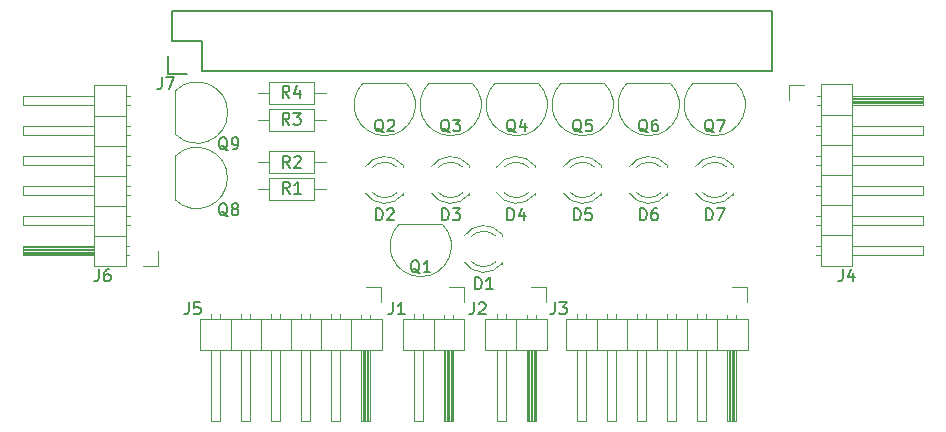
<source format=gto>
G04 #@! TF.GenerationSoftware,KiCad,Pcbnew,(5.1.5)-3*
G04 #@! TF.CreationDate,2020-03-03T17:02:05-05:00*
G04 #@! TF.ProjectId,RPi_Zero_pHat_Template,5250695f-5a65-4726-9f5f-704861745f54,rev?*
G04 #@! TF.SameCoordinates,Original*
G04 #@! TF.FileFunction,Legend,Top*
G04 #@! TF.FilePolarity,Positive*
%FSLAX46Y46*%
G04 Gerber Fmt 4.6, Leading zero omitted, Abs format (unit mm)*
G04 Created by KiCad (PCBNEW (5.1.5)-3) date 2020-03-03 17:02:05*
%MOMM*%
%LPD*%
G04 APERTURE LIST*
%ADD10C,0.120000*%
%ADD11C,0.150000*%
G04 APERTURE END LIST*
D10*
X20094422Y-29610838D02*
G75*
G03X24532900Y-27772360I1838478J1838478D01*
G01*
X20094422Y-25933882D02*
G75*
G02X24532900Y-27772360I1838478J-1838478D01*
G01*
X20082900Y-25972360D02*
X20082900Y-29572360D01*
X58359522Y-19751522D02*
G75*
G03X60198000Y-24190000I1838478J-1838478D01*
G01*
X62036478Y-19751522D02*
G75*
G02X60198000Y-24190000I-1838478J-1838478D01*
G01*
X61998000Y-19740000D02*
X58398000Y-19740000D01*
X37518920Y-36979960D02*
X37518920Y-38249960D01*
X36248920Y-36979960D02*
X37518920Y-36979960D01*
X23168920Y-39292889D02*
X23168920Y-39689960D01*
X23928920Y-39292889D02*
X23928920Y-39689960D01*
X23168920Y-48349960D02*
X23168920Y-42349960D01*
X23928920Y-48349960D02*
X23168920Y-48349960D01*
X23928920Y-42349960D02*
X23928920Y-48349960D01*
X24818920Y-39689960D02*
X24818920Y-42349960D01*
X25708920Y-39292889D02*
X25708920Y-39689960D01*
X26468920Y-39292889D02*
X26468920Y-39689960D01*
X25708920Y-48349960D02*
X25708920Y-42349960D01*
X26468920Y-48349960D02*
X25708920Y-48349960D01*
X26468920Y-42349960D02*
X26468920Y-48349960D01*
X27358920Y-39689960D02*
X27358920Y-42349960D01*
X28248920Y-39292889D02*
X28248920Y-39689960D01*
X29008920Y-39292889D02*
X29008920Y-39689960D01*
X28248920Y-48349960D02*
X28248920Y-42349960D01*
X29008920Y-48349960D02*
X28248920Y-48349960D01*
X29008920Y-42349960D02*
X29008920Y-48349960D01*
X29898920Y-39689960D02*
X29898920Y-42349960D01*
X30788920Y-39292889D02*
X30788920Y-39689960D01*
X31548920Y-39292889D02*
X31548920Y-39689960D01*
X30788920Y-48349960D02*
X30788920Y-42349960D01*
X31548920Y-48349960D02*
X30788920Y-48349960D01*
X31548920Y-42349960D02*
X31548920Y-48349960D01*
X32438920Y-39689960D02*
X32438920Y-42349960D01*
X33328920Y-39292889D02*
X33328920Y-39689960D01*
X34088920Y-39292889D02*
X34088920Y-39689960D01*
X33328920Y-48349960D02*
X33328920Y-42349960D01*
X34088920Y-48349960D02*
X33328920Y-48349960D01*
X34088920Y-42349960D02*
X34088920Y-48349960D01*
X34978920Y-39689960D02*
X34978920Y-42349960D01*
X35868920Y-39359960D02*
X35868920Y-39689960D01*
X36628920Y-39359960D02*
X36628920Y-39689960D01*
X35968920Y-42349960D02*
X35968920Y-48349960D01*
X36088920Y-42349960D02*
X36088920Y-48349960D01*
X36208920Y-42349960D02*
X36208920Y-48349960D01*
X36328920Y-42349960D02*
X36328920Y-48349960D01*
X36448920Y-42349960D02*
X36448920Y-48349960D01*
X36568920Y-42349960D02*
X36568920Y-48349960D01*
X35868920Y-48349960D02*
X35868920Y-42349960D01*
X36628920Y-48349960D02*
X35868920Y-48349960D01*
X36628920Y-42349960D02*
X36628920Y-48349960D01*
X37578920Y-42349960D02*
X37578920Y-39689960D01*
X22218920Y-42349960D02*
X37578920Y-42349960D01*
X22218920Y-39689960D02*
X22218920Y-42349960D01*
X37578920Y-39689960D02*
X22218920Y-39689960D01*
X18613120Y-35189160D02*
X17343120Y-35189160D01*
X18613120Y-33919160D02*
X18613120Y-35189160D01*
X16300191Y-20839160D02*
X15903120Y-20839160D01*
X16300191Y-21599160D02*
X15903120Y-21599160D01*
X7243120Y-20839160D02*
X13243120Y-20839160D01*
X7243120Y-21599160D02*
X7243120Y-20839160D01*
X13243120Y-21599160D02*
X7243120Y-21599160D01*
X15903120Y-22489160D02*
X13243120Y-22489160D01*
X16300191Y-23379160D02*
X15903120Y-23379160D01*
X16300191Y-24139160D02*
X15903120Y-24139160D01*
X7243120Y-23379160D02*
X13243120Y-23379160D01*
X7243120Y-24139160D02*
X7243120Y-23379160D01*
X13243120Y-24139160D02*
X7243120Y-24139160D01*
X15903120Y-25029160D02*
X13243120Y-25029160D01*
X16300191Y-25919160D02*
X15903120Y-25919160D01*
X16300191Y-26679160D02*
X15903120Y-26679160D01*
X7243120Y-25919160D02*
X13243120Y-25919160D01*
X7243120Y-26679160D02*
X7243120Y-25919160D01*
X13243120Y-26679160D02*
X7243120Y-26679160D01*
X15903120Y-27569160D02*
X13243120Y-27569160D01*
X16300191Y-28459160D02*
X15903120Y-28459160D01*
X16300191Y-29219160D02*
X15903120Y-29219160D01*
X7243120Y-28459160D02*
X13243120Y-28459160D01*
X7243120Y-29219160D02*
X7243120Y-28459160D01*
X13243120Y-29219160D02*
X7243120Y-29219160D01*
X15903120Y-30109160D02*
X13243120Y-30109160D01*
X16300191Y-30999160D02*
X15903120Y-30999160D01*
X16300191Y-31759160D02*
X15903120Y-31759160D01*
X7243120Y-30999160D02*
X13243120Y-30999160D01*
X7243120Y-31759160D02*
X7243120Y-30999160D01*
X13243120Y-31759160D02*
X7243120Y-31759160D01*
X15903120Y-32649160D02*
X13243120Y-32649160D01*
X16233120Y-33539160D02*
X15903120Y-33539160D01*
X16233120Y-34299160D02*
X15903120Y-34299160D01*
X13243120Y-33639160D02*
X7243120Y-33639160D01*
X13243120Y-33759160D02*
X7243120Y-33759160D01*
X13243120Y-33879160D02*
X7243120Y-33879160D01*
X13243120Y-33999160D02*
X7243120Y-33999160D01*
X13243120Y-34119160D02*
X7243120Y-34119160D01*
X13243120Y-34239160D02*
X7243120Y-34239160D01*
X7243120Y-33539160D02*
X13243120Y-33539160D01*
X7243120Y-34299160D02*
X7243120Y-33539160D01*
X13243120Y-34299160D02*
X7243120Y-34299160D01*
X13243120Y-35249160D02*
X15903120Y-35249160D01*
X13243120Y-19889160D02*
X13243120Y-35249160D01*
X15903120Y-19889160D02*
X13243120Y-19889160D01*
X15903120Y-35249160D02*
X15903120Y-19889160D01*
X72052180Y-19916140D02*
X73322180Y-19916140D01*
X72052180Y-21186140D02*
X72052180Y-19916140D01*
X74365109Y-34266140D02*
X74762180Y-34266140D01*
X74365109Y-33506140D02*
X74762180Y-33506140D01*
X83422180Y-34266140D02*
X77422180Y-34266140D01*
X83422180Y-33506140D02*
X83422180Y-34266140D01*
X77422180Y-33506140D02*
X83422180Y-33506140D01*
X74762180Y-32616140D02*
X77422180Y-32616140D01*
X74365109Y-31726140D02*
X74762180Y-31726140D01*
X74365109Y-30966140D02*
X74762180Y-30966140D01*
X83422180Y-31726140D02*
X77422180Y-31726140D01*
X83422180Y-30966140D02*
X83422180Y-31726140D01*
X77422180Y-30966140D02*
X83422180Y-30966140D01*
X74762180Y-30076140D02*
X77422180Y-30076140D01*
X74365109Y-29186140D02*
X74762180Y-29186140D01*
X74365109Y-28426140D02*
X74762180Y-28426140D01*
X83422180Y-29186140D02*
X77422180Y-29186140D01*
X83422180Y-28426140D02*
X83422180Y-29186140D01*
X77422180Y-28426140D02*
X83422180Y-28426140D01*
X74762180Y-27536140D02*
X77422180Y-27536140D01*
X74365109Y-26646140D02*
X74762180Y-26646140D01*
X74365109Y-25886140D02*
X74762180Y-25886140D01*
X83422180Y-26646140D02*
X77422180Y-26646140D01*
X83422180Y-25886140D02*
X83422180Y-26646140D01*
X77422180Y-25886140D02*
X83422180Y-25886140D01*
X74762180Y-24996140D02*
X77422180Y-24996140D01*
X74365109Y-24106140D02*
X74762180Y-24106140D01*
X74365109Y-23346140D02*
X74762180Y-23346140D01*
X83422180Y-24106140D02*
X77422180Y-24106140D01*
X83422180Y-23346140D02*
X83422180Y-24106140D01*
X77422180Y-23346140D02*
X83422180Y-23346140D01*
X74762180Y-22456140D02*
X77422180Y-22456140D01*
X74432180Y-21566140D02*
X74762180Y-21566140D01*
X74432180Y-20806140D02*
X74762180Y-20806140D01*
X77422180Y-21466140D02*
X83422180Y-21466140D01*
X77422180Y-21346140D02*
X83422180Y-21346140D01*
X77422180Y-21226140D02*
X83422180Y-21226140D01*
X77422180Y-21106140D02*
X83422180Y-21106140D01*
X77422180Y-20986140D02*
X83422180Y-20986140D01*
X77422180Y-20866140D02*
X83422180Y-20866140D01*
X83422180Y-21566140D02*
X77422180Y-21566140D01*
X83422180Y-20806140D02*
X83422180Y-21566140D01*
X77422180Y-20806140D02*
X83422180Y-20806140D01*
X77422180Y-19856140D02*
X74762180Y-19856140D01*
X77422180Y-35216140D02*
X77422180Y-19856140D01*
X74762180Y-35216140D02*
X77422180Y-35216140D01*
X74762180Y-19856140D02*
X74762180Y-35216140D01*
X51518920Y-36979960D02*
X51518920Y-38249960D01*
X50248920Y-36979960D02*
X51518920Y-36979960D01*
X47328920Y-39292889D02*
X47328920Y-39689960D01*
X48088920Y-39292889D02*
X48088920Y-39689960D01*
X47328920Y-48349960D02*
X47328920Y-42349960D01*
X48088920Y-48349960D02*
X47328920Y-48349960D01*
X48088920Y-42349960D02*
X48088920Y-48349960D01*
X48978920Y-39689960D02*
X48978920Y-42349960D01*
X49868920Y-39359960D02*
X49868920Y-39689960D01*
X50628920Y-39359960D02*
X50628920Y-39689960D01*
X49968920Y-42349960D02*
X49968920Y-48349960D01*
X50088920Y-42349960D02*
X50088920Y-48349960D01*
X50208920Y-42349960D02*
X50208920Y-48349960D01*
X50328920Y-42349960D02*
X50328920Y-48349960D01*
X50448920Y-42349960D02*
X50448920Y-48349960D01*
X50568920Y-42349960D02*
X50568920Y-48349960D01*
X49868920Y-48349960D02*
X49868920Y-42349960D01*
X50628920Y-48349960D02*
X49868920Y-48349960D01*
X50628920Y-42349960D02*
X50628920Y-48349960D01*
X51578920Y-42349960D02*
X51578920Y-39689960D01*
X46378920Y-42349960D02*
X51578920Y-42349960D01*
X46378920Y-39689960D02*
X46378920Y-42349960D01*
X51578920Y-39689960D02*
X46378920Y-39689960D01*
X68518920Y-36979960D02*
X68518920Y-38249960D01*
X67248920Y-36979960D02*
X68518920Y-36979960D01*
X54168920Y-39292889D02*
X54168920Y-39689960D01*
X54928920Y-39292889D02*
X54928920Y-39689960D01*
X54168920Y-48349960D02*
X54168920Y-42349960D01*
X54928920Y-48349960D02*
X54168920Y-48349960D01*
X54928920Y-42349960D02*
X54928920Y-48349960D01*
X55818920Y-39689960D02*
X55818920Y-42349960D01*
X56708920Y-39292889D02*
X56708920Y-39689960D01*
X57468920Y-39292889D02*
X57468920Y-39689960D01*
X56708920Y-48349960D02*
X56708920Y-42349960D01*
X57468920Y-48349960D02*
X56708920Y-48349960D01*
X57468920Y-42349960D02*
X57468920Y-48349960D01*
X58358920Y-39689960D02*
X58358920Y-42349960D01*
X59248920Y-39292889D02*
X59248920Y-39689960D01*
X60008920Y-39292889D02*
X60008920Y-39689960D01*
X59248920Y-48349960D02*
X59248920Y-42349960D01*
X60008920Y-48349960D02*
X59248920Y-48349960D01*
X60008920Y-42349960D02*
X60008920Y-48349960D01*
X60898920Y-39689960D02*
X60898920Y-42349960D01*
X61788920Y-39292889D02*
X61788920Y-39689960D01*
X62548920Y-39292889D02*
X62548920Y-39689960D01*
X61788920Y-48349960D02*
X61788920Y-42349960D01*
X62548920Y-48349960D02*
X61788920Y-48349960D01*
X62548920Y-42349960D02*
X62548920Y-48349960D01*
X63438920Y-39689960D02*
X63438920Y-42349960D01*
X64328920Y-39292889D02*
X64328920Y-39689960D01*
X65088920Y-39292889D02*
X65088920Y-39689960D01*
X64328920Y-48349960D02*
X64328920Y-42349960D01*
X65088920Y-48349960D02*
X64328920Y-48349960D01*
X65088920Y-42349960D02*
X65088920Y-48349960D01*
X65978920Y-39689960D02*
X65978920Y-42349960D01*
X66868920Y-39359960D02*
X66868920Y-39689960D01*
X67628920Y-39359960D02*
X67628920Y-39689960D01*
X66968920Y-42349960D02*
X66968920Y-48349960D01*
X67088920Y-42349960D02*
X67088920Y-48349960D01*
X67208920Y-42349960D02*
X67208920Y-48349960D01*
X67328920Y-42349960D02*
X67328920Y-48349960D01*
X67448920Y-42349960D02*
X67448920Y-48349960D01*
X67568920Y-42349960D02*
X67568920Y-48349960D01*
X66868920Y-48349960D02*
X66868920Y-42349960D01*
X67628920Y-48349960D02*
X66868920Y-48349960D01*
X67628920Y-42349960D02*
X67628920Y-48349960D01*
X68578920Y-42349960D02*
X68578920Y-39689960D01*
X53218920Y-42349960D02*
X68578920Y-42349960D01*
X53218920Y-39689960D02*
X53218920Y-42349960D01*
X68578920Y-39689960D02*
X53218920Y-39689960D01*
X44518920Y-36979960D02*
X44518920Y-38249960D01*
X43248920Y-36979960D02*
X44518920Y-36979960D01*
X40328920Y-39292889D02*
X40328920Y-39689960D01*
X41088920Y-39292889D02*
X41088920Y-39689960D01*
X40328920Y-48349960D02*
X40328920Y-42349960D01*
X41088920Y-48349960D02*
X40328920Y-48349960D01*
X41088920Y-42349960D02*
X41088920Y-48349960D01*
X41978920Y-39689960D02*
X41978920Y-42349960D01*
X42868920Y-39359960D02*
X42868920Y-39689960D01*
X43628920Y-39359960D02*
X43628920Y-39689960D01*
X42968920Y-42349960D02*
X42968920Y-48349960D01*
X43088920Y-42349960D02*
X43088920Y-48349960D01*
X43208920Y-42349960D02*
X43208920Y-48349960D01*
X43328920Y-42349960D02*
X43328920Y-48349960D01*
X43448920Y-42349960D02*
X43448920Y-48349960D01*
X43568920Y-42349960D02*
X43568920Y-48349960D01*
X42868920Y-48349960D02*
X42868920Y-42349960D01*
X43628920Y-48349960D02*
X42868920Y-48349960D01*
X43628920Y-42349960D02*
X43628920Y-48349960D01*
X44578920Y-42349960D02*
X44578920Y-39689960D01*
X39378920Y-42349960D02*
X44578920Y-42349960D01*
X39378920Y-39689960D02*
X39378920Y-42349960D01*
X44578920Y-39689960D02*
X39378920Y-39689960D01*
X28052000Y-19654000D02*
X28052000Y-21494000D01*
X28052000Y-21494000D02*
X31892000Y-21494000D01*
X31892000Y-21494000D02*
X31892000Y-19654000D01*
X31892000Y-19654000D02*
X28052000Y-19654000D01*
X27102000Y-20574000D02*
X28052000Y-20574000D01*
X32842000Y-20574000D02*
X31892000Y-20574000D01*
X32842000Y-22860000D02*
X31892000Y-22860000D01*
X27102000Y-22860000D02*
X28052000Y-22860000D01*
X31892000Y-21940000D02*
X28052000Y-21940000D01*
X31892000Y-23780000D02*
X31892000Y-21940000D01*
X28052000Y-23780000D02*
X31892000Y-23780000D01*
X28052000Y-21940000D02*
X28052000Y-23780000D01*
X28052000Y-25496000D02*
X28052000Y-27336000D01*
X28052000Y-27336000D02*
X31892000Y-27336000D01*
X31892000Y-27336000D02*
X31892000Y-25496000D01*
X31892000Y-25496000D02*
X28052000Y-25496000D01*
X27102000Y-26416000D02*
X28052000Y-26416000D01*
X32842000Y-26416000D02*
X31892000Y-26416000D01*
X32842000Y-28702000D02*
X31892000Y-28702000D01*
X27102000Y-28702000D02*
X28052000Y-28702000D01*
X31892000Y-27782000D02*
X28052000Y-27782000D01*
X31892000Y-29622000D02*
X31892000Y-27782000D01*
X28052000Y-29622000D02*
X31892000Y-29622000D01*
X28052000Y-27782000D02*
X28052000Y-29622000D01*
X20119822Y-24073638D02*
G75*
G03X24558300Y-22235160I1838478J1838478D01*
G01*
X20119822Y-20396682D02*
G75*
G02X24558300Y-22235160I1838478J-1838478D01*
G01*
X20108300Y-20435160D02*
X20108300Y-24035160D01*
X63947522Y-19751522D02*
G75*
G03X65786000Y-24190000I1838478J-1838478D01*
G01*
X67624478Y-19751522D02*
G75*
G02X65786000Y-24190000I-1838478J-1838478D01*
G01*
X67586000Y-19740000D02*
X63986000Y-19740000D01*
X52771522Y-19751522D02*
G75*
G03X54610000Y-24190000I1838478J-1838478D01*
G01*
X56448478Y-19751522D02*
G75*
G02X54610000Y-24190000I-1838478J-1838478D01*
G01*
X56410000Y-19740000D02*
X52810000Y-19740000D01*
X47183522Y-19751522D02*
G75*
G03X49022000Y-24190000I1838478J-1838478D01*
G01*
X50860478Y-19751522D02*
G75*
G02X49022000Y-24190000I-1838478J-1838478D01*
G01*
X50822000Y-19740000D02*
X47222000Y-19740000D01*
X41595522Y-19751522D02*
G75*
G03X43434000Y-24190000I1838478J-1838478D01*
G01*
X45272478Y-19751522D02*
G75*
G02X43434000Y-24190000I-1838478J-1838478D01*
G01*
X45234000Y-19740000D02*
X41634000Y-19740000D01*
X36007522Y-19751522D02*
G75*
G03X37846000Y-24190000I1838478J-1838478D01*
G01*
X39684478Y-19751522D02*
G75*
G02X37846000Y-24190000I-1838478J-1838478D01*
G01*
X39646000Y-19740000D02*
X36046000Y-19740000D01*
X39055522Y-31689522D02*
G75*
G03X40894000Y-36128000I1838478J-1838478D01*
G01*
X42732478Y-31689522D02*
G75*
G02X40894000Y-36128000I-1838478J-1838478D01*
G01*
X42694000Y-31678000D02*
X39094000Y-31678000D01*
D11*
X19526920Y-19009960D02*
X21076920Y-19009960D01*
X22346920Y-16189960D02*
X22346920Y-18729960D01*
X19806920Y-16189960D02*
X22346920Y-16189960D01*
X19526920Y-17459960D02*
X19526920Y-19009960D01*
X19806920Y-13649960D02*
X19806920Y-16189960D01*
X70606920Y-13649960D02*
X70606920Y-18729960D01*
X22346920Y-18729960D02*
X70606920Y-18729960D01*
X70606920Y-13649960D02*
X19806920Y-13649960D01*
D10*
X67346000Y-26860000D02*
X67346000Y-26704000D01*
X67346000Y-29176000D02*
X67346000Y-29020000D01*
X64744870Y-26860163D02*
G75*
G02X66826961Y-26860000I1041130J-1079837D01*
G01*
X64744870Y-29019837D02*
G75*
G03X66826961Y-29020000I1041130J1079837D01*
G01*
X64113665Y-26861392D02*
G75*
G02X67346000Y-26704484I1672335J-1078608D01*
G01*
X64113665Y-29018608D02*
G75*
G03X67346000Y-29175516I1672335J1078608D01*
G01*
X61758000Y-26860000D02*
X61758000Y-26704000D01*
X61758000Y-29176000D02*
X61758000Y-29020000D01*
X59156870Y-26860163D02*
G75*
G02X61238961Y-26860000I1041130J-1079837D01*
G01*
X59156870Y-29019837D02*
G75*
G03X61238961Y-29020000I1041130J1079837D01*
G01*
X58525665Y-26861392D02*
G75*
G02X61758000Y-26704484I1672335J-1078608D01*
G01*
X58525665Y-29018608D02*
G75*
G03X61758000Y-29175516I1672335J1078608D01*
G01*
X56170000Y-26860000D02*
X56170000Y-26704000D01*
X56170000Y-29176000D02*
X56170000Y-29020000D01*
X53568870Y-26860163D02*
G75*
G02X55650961Y-26860000I1041130J-1079837D01*
G01*
X53568870Y-29019837D02*
G75*
G03X55650961Y-29020000I1041130J1079837D01*
G01*
X52937665Y-26861392D02*
G75*
G02X56170000Y-26704484I1672335J-1078608D01*
G01*
X52937665Y-29018608D02*
G75*
G03X56170000Y-29175516I1672335J1078608D01*
G01*
X50541360Y-26860000D02*
X50541360Y-26704000D01*
X50541360Y-29176000D02*
X50541360Y-29020000D01*
X47940230Y-26860163D02*
G75*
G02X50022321Y-26860000I1041130J-1079837D01*
G01*
X47940230Y-29019837D02*
G75*
G03X50022321Y-29020000I1041130J1079837D01*
G01*
X47309025Y-26861392D02*
G75*
G02X50541360Y-26704484I1672335J-1078608D01*
G01*
X47309025Y-29018608D02*
G75*
G03X50541360Y-29175516I1672335J1078608D01*
G01*
X44994000Y-26860000D02*
X44994000Y-26704000D01*
X44994000Y-29176000D02*
X44994000Y-29020000D01*
X42392870Y-26860163D02*
G75*
G02X44474961Y-26860000I1041130J-1079837D01*
G01*
X42392870Y-29019837D02*
G75*
G03X44474961Y-29020000I1041130J1079837D01*
G01*
X41761665Y-26861392D02*
G75*
G02X44994000Y-26704484I1672335J-1078608D01*
G01*
X41761665Y-29018608D02*
G75*
G03X44994000Y-29175516I1672335J1078608D01*
G01*
X39406000Y-26860000D02*
X39406000Y-26704000D01*
X39406000Y-29176000D02*
X39406000Y-29020000D01*
X36804870Y-26860163D02*
G75*
G02X38886961Y-26860000I1041130J-1079837D01*
G01*
X36804870Y-29019837D02*
G75*
G03X38886961Y-29020000I1041130J1079837D01*
G01*
X36173665Y-26861392D02*
G75*
G02X39406000Y-26704484I1672335J-1078608D01*
G01*
X36173665Y-29018608D02*
G75*
G03X39406000Y-29175516I1672335J1078608D01*
G01*
X47788000Y-32702000D02*
X47788000Y-32546000D01*
X47788000Y-35018000D02*
X47788000Y-34862000D01*
X45186870Y-32702163D02*
G75*
G02X47268961Y-32702000I1041130J-1079837D01*
G01*
X45186870Y-34861837D02*
G75*
G03X47268961Y-34862000I1041130J1079837D01*
G01*
X44555665Y-32703392D02*
G75*
G02X47788000Y-32546484I1672335J-1078608D01*
G01*
X44555665Y-34860608D02*
G75*
G03X47788000Y-35017516I1672335J1078608D01*
G01*
D11*
X24542761Y-31027619D02*
X24447523Y-30980000D01*
X24352285Y-30884761D01*
X24209428Y-30741904D01*
X24114190Y-30694285D01*
X24018952Y-30694285D01*
X24066571Y-30932380D02*
X23971333Y-30884761D01*
X23876095Y-30789523D01*
X23828476Y-30599047D01*
X23828476Y-30265714D01*
X23876095Y-30075238D01*
X23971333Y-29980000D01*
X24066571Y-29932380D01*
X24257047Y-29932380D01*
X24352285Y-29980000D01*
X24447523Y-30075238D01*
X24495142Y-30265714D01*
X24495142Y-30599047D01*
X24447523Y-30789523D01*
X24352285Y-30884761D01*
X24257047Y-30932380D01*
X24066571Y-30932380D01*
X25066571Y-30360952D02*
X24971333Y-30313333D01*
X24923714Y-30265714D01*
X24876095Y-30170476D01*
X24876095Y-30122857D01*
X24923714Y-30027619D01*
X24971333Y-29980000D01*
X25066571Y-29932380D01*
X25257047Y-29932380D01*
X25352285Y-29980000D01*
X25399904Y-30027619D01*
X25447523Y-30122857D01*
X25447523Y-30170476D01*
X25399904Y-30265714D01*
X25352285Y-30313333D01*
X25257047Y-30360952D01*
X25066571Y-30360952D01*
X24971333Y-30408571D01*
X24923714Y-30456190D01*
X24876095Y-30551428D01*
X24876095Y-30741904D01*
X24923714Y-30837142D01*
X24971333Y-30884761D01*
X25066571Y-30932380D01*
X25257047Y-30932380D01*
X25352285Y-30884761D01*
X25399904Y-30837142D01*
X25447523Y-30741904D01*
X25447523Y-30551428D01*
X25399904Y-30456190D01*
X25352285Y-30408571D01*
X25257047Y-30360952D01*
X60102761Y-23919619D02*
X60007523Y-23872000D01*
X59912285Y-23776761D01*
X59769428Y-23633904D01*
X59674190Y-23586285D01*
X59578952Y-23586285D01*
X59626571Y-23824380D02*
X59531333Y-23776761D01*
X59436095Y-23681523D01*
X59388476Y-23491047D01*
X59388476Y-23157714D01*
X59436095Y-22967238D01*
X59531333Y-22872000D01*
X59626571Y-22824380D01*
X59817047Y-22824380D01*
X59912285Y-22872000D01*
X60007523Y-22967238D01*
X60055142Y-23157714D01*
X60055142Y-23491047D01*
X60007523Y-23681523D01*
X59912285Y-23776761D01*
X59817047Y-23824380D01*
X59626571Y-23824380D01*
X60912285Y-22824380D02*
X60721809Y-22824380D01*
X60626571Y-22872000D01*
X60578952Y-22919619D01*
X60483714Y-23062476D01*
X60436095Y-23252952D01*
X60436095Y-23633904D01*
X60483714Y-23729142D01*
X60531333Y-23776761D01*
X60626571Y-23824380D01*
X60817047Y-23824380D01*
X60912285Y-23776761D01*
X60959904Y-23729142D01*
X61007523Y-23633904D01*
X61007523Y-23395809D01*
X60959904Y-23300571D01*
X60912285Y-23252952D01*
X60817047Y-23205333D01*
X60626571Y-23205333D01*
X60531333Y-23252952D01*
X60483714Y-23300571D01*
X60436095Y-23395809D01*
X21256666Y-38314380D02*
X21256666Y-39028666D01*
X21209047Y-39171523D01*
X21113809Y-39266761D01*
X20970952Y-39314380D01*
X20875714Y-39314380D01*
X22209047Y-38314380D02*
X21732857Y-38314380D01*
X21685238Y-38790571D01*
X21732857Y-38742952D01*
X21828095Y-38695333D01*
X22066190Y-38695333D01*
X22161428Y-38742952D01*
X22209047Y-38790571D01*
X22256666Y-38885809D01*
X22256666Y-39123904D01*
X22209047Y-39219142D01*
X22161428Y-39266761D01*
X22066190Y-39314380D01*
X21828095Y-39314380D01*
X21732857Y-39266761D01*
X21685238Y-39219142D01*
X13636666Y-35520380D02*
X13636666Y-36234666D01*
X13589047Y-36377523D01*
X13493809Y-36472761D01*
X13350952Y-36520380D01*
X13255714Y-36520380D01*
X14541428Y-35520380D02*
X14350952Y-35520380D01*
X14255714Y-35568000D01*
X14208095Y-35615619D01*
X14112857Y-35758476D01*
X14065238Y-35948952D01*
X14065238Y-36329904D01*
X14112857Y-36425142D01*
X14160476Y-36472761D01*
X14255714Y-36520380D01*
X14446190Y-36520380D01*
X14541428Y-36472761D01*
X14589047Y-36425142D01*
X14636666Y-36329904D01*
X14636666Y-36091809D01*
X14589047Y-35996571D01*
X14541428Y-35948952D01*
X14446190Y-35901333D01*
X14255714Y-35901333D01*
X14160476Y-35948952D01*
X14112857Y-35996571D01*
X14065238Y-36091809D01*
X76628666Y-35520380D02*
X76628666Y-36234666D01*
X76581047Y-36377523D01*
X76485809Y-36472761D01*
X76342952Y-36520380D01*
X76247714Y-36520380D01*
X77533428Y-35853714D02*
X77533428Y-36520380D01*
X77295333Y-35472761D02*
X77057238Y-36187047D01*
X77676285Y-36187047D01*
X45386666Y-38314380D02*
X45386666Y-39028666D01*
X45339047Y-39171523D01*
X45243809Y-39266761D01*
X45100952Y-39314380D01*
X45005714Y-39314380D01*
X45815238Y-38409619D02*
X45862857Y-38362000D01*
X45958095Y-38314380D01*
X46196190Y-38314380D01*
X46291428Y-38362000D01*
X46339047Y-38409619D01*
X46386666Y-38504857D01*
X46386666Y-38600095D01*
X46339047Y-38742952D01*
X45767619Y-39314380D01*
X46386666Y-39314380D01*
X52244666Y-38314380D02*
X52244666Y-39028666D01*
X52197047Y-39171523D01*
X52101809Y-39266761D01*
X51958952Y-39314380D01*
X51863714Y-39314380D01*
X52625619Y-38314380D02*
X53244666Y-38314380D01*
X52911333Y-38695333D01*
X53054190Y-38695333D01*
X53149428Y-38742952D01*
X53197047Y-38790571D01*
X53244666Y-38885809D01*
X53244666Y-39123904D01*
X53197047Y-39219142D01*
X53149428Y-39266761D01*
X53054190Y-39314380D01*
X52768476Y-39314380D01*
X52673238Y-39266761D01*
X52625619Y-39219142D01*
X38528666Y-38314380D02*
X38528666Y-39028666D01*
X38481047Y-39171523D01*
X38385809Y-39266761D01*
X38242952Y-39314380D01*
X38147714Y-39314380D01*
X39528666Y-39314380D02*
X38957238Y-39314380D01*
X39242952Y-39314380D02*
X39242952Y-38314380D01*
X39147714Y-38457238D01*
X39052476Y-38552476D01*
X38957238Y-38600095D01*
X29779933Y-20965420D02*
X29446600Y-20489230D01*
X29208504Y-20965420D02*
X29208504Y-19965420D01*
X29589457Y-19965420D01*
X29684695Y-20013040D01*
X29732314Y-20060659D01*
X29779933Y-20155897D01*
X29779933Y-20298754D01*
X29732314Y-20393992D01*
X29684695Y-20441611D01*
X29589457Y-20489230D01*
X29208504Y-20489230D01*
X30637076Y-20298754D02*
X30637076Y-20965420D01*
X30398980Y-19917801D02*
X30160885Y-20632087D01*
X30779933Y-20632087D01*
X29779933Y-23264120D02*
X29446600Y-22787930D01*
X29208504Y-23264120D02*
X29208504Y-22264120D01*
X29589457Y-22264120D01*
X29684695Y-22311740D01*
X29732314Y-22359359D01*
X29779933Y-22454597D01*
X29779933Y-22597454D01*
X29732314Y-22692692D01*
X29684695Y-22740311D01*
X29589457Y-22787930D01*
X29208504Y-22787930D01*
X30113266Y-22264120D02*
X30732314Y-22264120D01*
X30398980Y-22645073D01*
X30541838Y-22645073D01*
X30637076Y-22692692D01*
X30684695Y-22740311D01*
X30732314Y-22835549D01*
X30732314Y-23073644D01*
X30684695Y-23168882D01*
X30637076Y-23216501D01*
X30541838Y-23264120D01*
X30256123Y-23264120D01*
X30160885Y-23216501D01*
X30113266Y-23168882D01*
X29805333Y-26921720D02*
X29472000Y-26445530D01*
X29233904Y-26921720D02*
X29233904Y-25921720D01*
X29614857Y-25921720D01*
X29710095Y-25969340D01*
X29757714Y-26016959D01*
X29805333Y-26112197D01*
X29805333Y-26255054D01*
X29757714Y-26350292D01*
X29710095Y-26397911D01*
X29614857Y-26445530D01*
X29233904Y-26445530D01*
X30186285Y-26016959D02*
X30233904Y-25969340D01*
X30329142Y-25921720D01*
X30567238Y-25921720D01*
X30662476Y-25969340D01*
X30710095Y-26016959D01*
X30757714Y-26112197D01*
X30757714Y-26207435D01*
X30710095Y-26350292D01*
X30138666Y-26921720D01*
X30757714Y-26921720D01*
X29805333Y-29093420D02*
X29472000Y-28617230D01*
X29233904Y-29093420D02*
X29233904Y-28093420D01*
X29614857Y-28093420D01*
X29710095Y-28141040D01*
X29757714Y-28188659D01*
X29805333Y-28283897D01*
X29805333Y-28426754D01*
X29757714Y-28521992D01*
X29710095Y-28569611D01*
X29614857Y-28617230D01*
X29233904Y-28617230D01*
X30757714Y-29093420D02*
X30186285Y-29093420D01*
X30472000Y-29093420D02*
X30472000Y-28093420D01*
X30376761Y-28236278D01*
X30281523Y-28331516D01*
X30186285Y-28379135D01*
X24542761Y-25439619D02*
X24447523Y-25392000D01*
X24352285Y-25296761D01*
X24209428Y-25153904D01*
X24114190Y-25106285D01*
X24018952Y-25106285D01*
X24066571Y-25344380D02*
X23971333Y-25296761D01*
X23876095Y-25201523D01*
X23828476Y-25011047D01*
X23828476Y-24677714D01*
X23876095Y-24487238D01*
X23971333Y-24392000D01*
X24066571Y-24344380D01*
X24257047Y-24344380D01*
X24352285Y-24392000D01*
X24447523Y-24487238D01*
X24495142Y-24677714D01*
X24495142Y-25011047D01*
X24447523Y-25201523D01*
X24352285Y-25296761D01*
X24257047Y-25344380D01*
X24066571Y-25344380D01*
X24971333Y-25344380D02*
X25161809Y-25344380D01*
X25257047Y-25296761D01*
X25304666Y-25249142D01*
X25399904Y-25106285D01*
X25447523Y-24915809D01*
X25447523Y-24534857D01*
X25399904Y-24439619D01*
X25352285Y-24392000D01*
X25257047Y-24344380D01*
X25066571Y-24344380D01*
X24971333Y-24392000D01*
X24923714Y-24439619D01*
X24876095Y-24534857D01*
X24876095Y-24772952D01*
X24923714Y-24868190D01*
X24971333Y-24915809D01*
X25066571Y-24963428D01*
X25257047Y-24963428D01*
X25352285Y-24915809D01*
X25399904Y-24868190D01*
X25447523Y-24772952D01*
X65690761Y-23919619D02*
X65595523Y-23872000D01*
X65500285Y-23776761D01*
X65357428Y-23633904D01*
X65262190Y-23586285D01*
X65166952Y-23586285D01*
X65214571Y-23824380D02*
X65119333Y-23776761D01*
X65024095Y-23681523D01*
X64976476Y-23491047D01*
X64976476Y-23157714D01*
X65024095Y-22967238D01*
X65119333Y-22872000D01*
X65214571Y-22824380D01*
X65405047Y-22824380D01*
X65500285Y-22872000D01*
X65595523Y-22967238D01*
X65643142Y-23157714D01*
X65643142Y-23491047D01*
X65595523Y-23681523D01*
X65500285Y-23776761D01*
X65405047Y-23824380D01*
X65214571Y-23824380D01*
X65976476Y-22824380D02*
X66643142Y-22824380D01*
X66214571Y-23824380D01*
X54514761Y-23919619D02*
X54419523Y-23872000D01*
X54324285Y-23776761D01*
X54181428Y-23633904D01*
X54086190Y-23586285D01*
X53990952Y-23586285D01*
X54038571Y-23824380D02*
X53943333Y-23776761D01*
X53848095Y-23681523D01*
X53800476Y-23491047D01*
X53800476Y-23157714D01*
X53848095Y-22967238D01*
X53943333Y-22872000D01*
X54038571Y-22824380D01*
X54229047Y-22824380D01*
X54324285Y-22872000D01*
X54419523Y-22967238D01*
X54467142Y-23157714D01*
X54467142Y-23491047D01*
X54419523Y-23681523D01*
X54324285Y-23776761D01*
X54229047Y-23824380D01*
X54038571Y-23824380D01*
X55371904Y-22824380D02*
X54895714Y-22824380D01*
X54848095Y-23300571D01*
X54895714Y-23252952D01*
X54990952Y-23205333D01*
X55229047Y-23205333D01*
X55324285Y-23252952D01*
X55371904Y-23300571D01*
X55419523Y-23395809D01*
X55419523Y-23633904D01*
X55371904Y-23729142D01*
X55324285Y-23776761D01*
X55229047Y-23824380D01*
X54990952Y-23824380D01*
X54895714Y-23776761D01*
X54848095Y-23729142D01*
X48926761Y-23919619D02*
X48831523Y-23872000D01*
X48736285Y-23776761D01*
X48593428Y-23633904D01*
X48498190Y-23586285D01*
X48402952Y-23586285D01*
X48450571Y-23824380D02*
X48355333Y-23776761D01*
X48260095Y-23681523D01*
X48212476Y-23491047D01*
X48212476Y-23157714D01*
X48260095Y-22967238D01*
X48355333Y-22872000D01*
X48450571Y-22824380D01*
X48641047Y-22824380D01*
X48736285Y-22872000D01*
X48831523Y-22967238D01*
X48879142Y-23157714D01*
X48879142Y-23491047D01*
X48831523Y-23681523D01*
X48736285Y-23776761D01*
X48641047Y-23824380D01*
X48450571Y-23824380D01*
X49736285Y-23157714D02*
X49736285Y-23824380D01*
X49498190Y-22776761D02*
X49260095Y-23491047D01*
X49879142Y-23491047D01*
X43338761Y-23919619D02*
X43243523Y-23872000D01*
X43148285Y-23776761D01*
X43005428Y-23633904D01*
X42910190Y-23586285D01*
X42814952Y-23586285D01*
X42862571Y-23824380D02*
X42767333Y-23776761D01*
X42672095Y-23681523D01*
X42624476Y-23491047D01*
X42624476Y-23157714D01*
X42672095Y-22967238D01*
X42767333Y-22872000D01*
X42862571Y-22824380D01*
X43053047Y-22824380D01*
X43148285Y-22872000D01*
X43243523Y-22967238D01*
X43291142Y-23157714D01*
X43291142Y-23491047D01*
X43243523Y-23681523D01*
X43148285Y-23776761D01*
X43053047Y-23824380D01*
X42862571Y-23824380D01*
X43624476Y-22824380D02*
X44243523Y-22824380D01*
X43910190Y-23205333D01*
X44053047Y-23205333D01*
X44148285Y-23252952D01*
X44195904Y-23300571D01*
X44243523Y-23395809D01*
X44243523Y-23633904D01*
X44195904Y-23729142D01*
X44148285Y-23776761D01*
X44053047Y-23824380D01*
X43767333Y-23824380D01*
X43672095Y-23776761D01*
X43624476Y-23729142D01*
X37750761Y-23919619D02*
X37655523Y-23872000D01*
X37560285Y-23776761D01*
X37417428Y-23633904D01*
X37322190Y-23586285D01*
X37226952Y-23586285D01*
X37274571Y-23824380D02*
X37179333Y-23776761D01*
X37084095Y-23681523D01*
X37036476Y-23491047D01*
X37036476Y-23157714D01*
X37084095Y-22967238D01*
X37179333Y-22872000D01*
X37274571Y-22824380D01*
X37465047Y-22824380D01*
X37560285Y-22872000D01*
X37655523Y-22967238D01*
X37703142Y-23157714D01*
X37703142Y-23491047D01*
X37655523Y-23681523D01*
X37560285Y-23776761D01*
X37465047Y-23824380D01*
X37274571Y-23824380D01*
X38084095Y-22919619D02*
X38131714Y-22872000D01*
X38226952Y-22824380D01*
X38465047Y-22824380D01*
X38560285Y-22872000D01*
X38607904Y-22919619D01*
X38655523Y-23014857D01*
X38655523Y-23110095D01*
X38607904Y-23252952D01*
X38036476Y-23824380D01*
X38655523Y-23824380D01*
X40798761Y-35853619D02*
X40703523Y-35806000D01*
X40608285Y-35710761D01*
X40465428Y-35567904D01*
X40370190Y-35520285D01*
X40274952Y-35520285D01*
X40322571Y-35758380D02*
X40227333Y-35710761D01*
X40132095Y-35615523D01*
X40084476Y-35425047D01*
X40084476Y-35091714D01*
X40132095Y-34901238D01*
X40227333Y-34806000D01*
X40322571Y-34758380D01*
X40513047Y-34758380D01*
X40608285Y-34806000D01*
X40703523Y-34901238D01*
X40751142Y-35091714D01*
X40751142Y-35425047D01*
X40703523Y-35615523D01*
X40608285Y-35710761D01*
X40513047Y-35758380D01*
X40322571Y-35758380D01*
X41703523Y-35758380D02*
X41132095Y-35758380D01*
X41417809Y-35758380D02*
X41417809Y-34758380D01*
X41322571Y-34901238D01*
X41227333Y-34996476D01*
X41132095Y-35044095D01*
X18970666Y-19264380D02*
X18970666Y-19978666D01*
X18923047Y-20121523D01*
X18827809Y-20216761D01*
X18684952Y-20264380D01*
X18589714Y-20264380D01*
X19351619Y-19264380D02*
X20018285Y-19264380D01*
X19589714Y-20264380D01*
X65047904Y-31352380D02*
X65047904Y-30352380D01*
X65286000Y-30352380D01*
X65428857Y-30400000D01*
X65524095Y-30495238D01*
X65571714Y-30590476D01*
X65619333Y-30780952D01*
X65619333Y-30923809D01*
X65571714Y-31114285D01*
X65524095Y-31209523D01*
X65428857Y-31304761D01*
X65286000Y-31352380D01*
X65047904Y-31352380D01*
X65952666Y-30352380D02*
X66619333Y-30352380D01*
X66190761Y-31352380D01*
X59459904Y-31352380D02*
X59459904Y-30352380D01*
X59698000Y-30352380D01*
X59840857Y-30400000D01*
X59936095Y-30495238D01*
X59983714Y-30590476D01*
X60031333Y-30780952D01*
X60031333Y-30923809D01*
X59983714Y-31114285D01*
X59936095Y-31209523D01*
X59840857Y-31304761D01*
X59698000Y-31352380D01*
X59459904Y-31352380D01*
X60888476Y-30352380D02*
X60698000Y-30352380D01*
X60602761Y-30400000D01*
X60555142Y-30447619D01*
X60459904Y-30590476D01*
X60412285Y-30780952D01*
X60412285Y-31161904D01*
X60459904Y-31257142D01*
X60507523Y-31304761D01*
X60602761Y-31352380D01*
X60793238Y-31352380D01*
X60888476Y-31304761D01*
X60936095Y-31257142D01*
X60983714Y-31161904D01*
X60983714Y-30923809D01*
X60936095Y-30828571D01*
X60888476Y-30780952D01*
X60793238Y-30733333D01*
X60602761Y-30733333D01*
X60507523Y-30780952D01*
X60459904Y-30828571D01*
X60412285Y-30923809D01*
X53871904Y-31352380D02*
X53871904Y-30352380D01*
X54110000Y-30352380D01*
X54252857Y-30400000D01*
X54348095Y-30495238D01*
X54395714Y-30590476D01*
X54443333Y-30780952D01*
X54443333Y-30923809D01*
X54395714Y-31114285D01*
X54348095Y-31209523D01*
X54252857Y-31304761D01*
X54110000Y-31352380D01*
X53871904Y-31352380D01*
X55348095Y-30352380D02*
X54871904Y-30352380D01*
X54824285Y-30828571D01*
X54871904Y-30780952D01*
X54967142Y-30733333D01*
X55205238Y-30733333D01*
X55300476Y-30780952D01*
X55348095Y-30828571D01*
X55395714Y-30923809D01*
X55395714Y-31161904D01*
X55348095Y-31257142D01*
X55300476Y-31304761D01*
X55205238Y-31352380D01*
X54967142Y-31352380D01*
X54871904Y-31304761D01*
X54824285Y-31257142D01*
X48243264Y-31352380D02*
X48243264Y-30352380D01*
X48481360Y-30352380D01*
X48624217Y-30400000D01*
X48719455Y-30495238D01*
X48767074Y-30590476D01*
X48814693Y-30780952D01*
X48814693Y-30923809D01*
X48767074Y-31114285D01*
X48719455Y-31209523D01*
X48624217Y-31304761D01*
X48481360Y-31352380D01*
X48243264Y-31352380D01*
X49671836Y-30685714D02*
X49671836Y-31352380D01*
X49433740Y-30304761D02*
X49195645Y-31019047D01*
X49814693Y-31019047D01*
X42695904Y-31352380D02*
X42695904Y-30352380D01*
X42934000Y-30352380D01*
X43076857Y-30400000D01*
X43172095Y-30495238D01*
X43219714Y-30590476D01*
X43267333Y-30780952D01*
X43267333Y-30923809D01*
X43219714Y-31114285D01*
X43172095Y-31209523D01*
X43076857Y-31304761D01*
X42934000Y-31352380D01*
X42695904Y-31352380D01*
X43600666Y-30352380D02*
X44219714Y-30352380D01*
X43886380Y-30733333D01*
X44029238Y-30733333D01*
X44124476Y-30780952D01*
X44172095Y-30828571D01*
X44219714Y-30923809D01*
X44219714Y-31161904D01*
X44172095Y-31257142D01*
X44124476Y-31304761D01*
X44029238Y-31352380D01*
X43743523Y-31352380D01*
X43648285Y-31304761D01*
X43600666Y-31257142D01*
X37107904Y-31352380D02*
X37107904Y-30352380D01*
X37346000Y-30352380D01*
X37488857Y-30400000D01*
X37584095Y-30495238D01*
X37631714Y-30590476D01*
X37679333Y-30780952D01*
X37679333Y-30923809D01*
X37631714Y-31114285D01*
X37584095Y-31209523D01*
X37488857Y-31304761D01*
X37346000Y-31352380D01*
X37107904Y-31352380D01*
X38060285Y-30447619D02*
X38107904Y-30400000D01*
X38203142Y-30352380D01*
X38441238Y-30352380D01*
X38536476Y-30400000D01*
X38584095Y-30447619D01*
X38631714Y-30542857D01*
X38631714Y-30638095D01*
X38584095Y-30780952D01*
X38012666Y-31352380D01*
X38631714Y-31352380D01*
X45489904Y-37194380D02*
X45489904Y-36194380D01*
X45728000Y-36194380D01*
X45870857Y-36242000D01*
X45966095Y-36337238D01*
X46013714Y-36432476D01*
X46061333Y-36622952D01*
X46061333Y-36765809D01*
X46013714Y-36956285D01*
X45966095Y-37051523D01*
X45870857Y-37146761D01*
X45728000Y-37194380D01*
X45489904Y-37194380D01*
X47013714Y-37194380D02*
X46442285Y-37194380D01*
X46728000Y-37194380D02*
X46728000Y-36194380D01*
X46632761Y-36337238D01*
X46537523Y-36432476D01*
X46442285Y-36480095D01*
M02*

</source>
